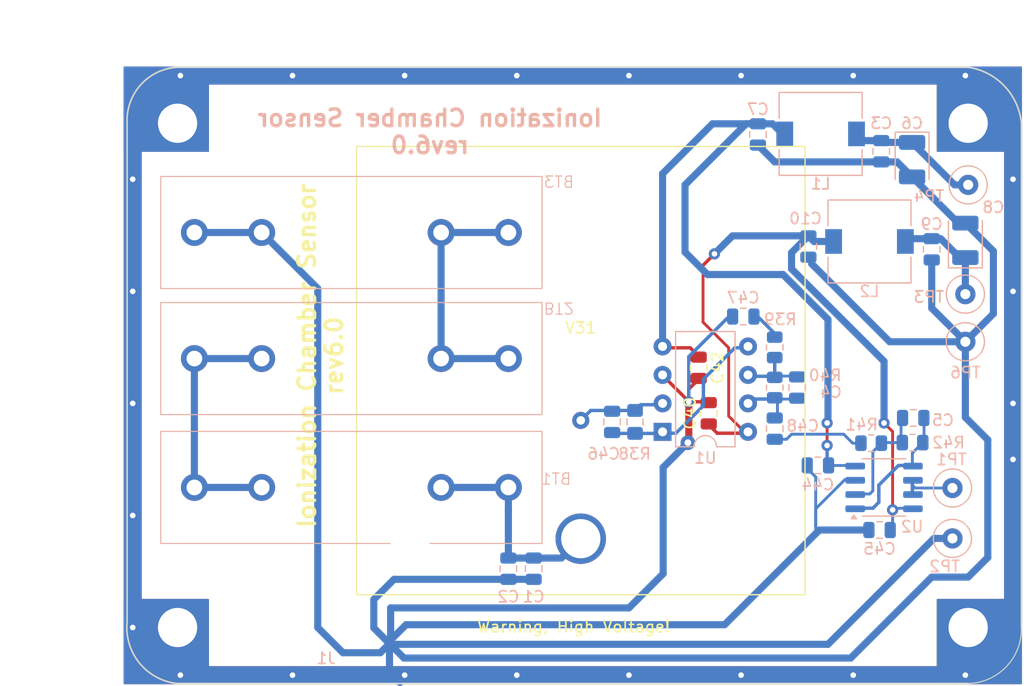
<source format=kicad_pcb>
(kicad_pcb (version 20240108) (generator "pcbnew") (generator_version "8.0")
  (layers (0 "F.Cu" signal) (31 "B.Cu" signal) (34 "B.Paste" user) (35 "F.Paste" user) (36 "B.SilkS" user "B.Silkscreen") (37 "F.SilkS" user "F.Silkscreen") (38 "B.Mask" user) (39 "F.Mask" user) (44 "Edge.Cuts" user))
  (net 0 "")
  (net 1 "GND")
  (net 2 "Net-(U1C-V+)")
  (net 3 "Net-(U1C-V-)")
  (net 4 "Net-(U2B--)")
  (net 5 "Net-(U1B--)")
  (net 6 "Net-(U2A--)")
  (net 7 "Net-(U2B-+)")
  (net 8 "Net-(U1B-+)")
  (net 9 "Net-(C47-Pad1)")
  (net 10 "Net-(U1A--)")
  (net 11 "Net-(C48-Pad2)")
  (net 12 "Net-(C4-Pad2)")
  (net 13 "Net-(C3-Pad1)")
  (net 14 "Net-(C8-Pad1)")
  (net 15 "Net-(BT1--)")
  (net 16 "Net-(BT1-+)")
  (net 17 "Net-(BT2--)")
  (footprint "Capacitor_SMD:C_0805_2012Metric" (layer "F.Cu") (at 166.116 71.882 90)
    (property "Reference" "C40" (at 0 -1.68 90) (layer "F.SilkS"))
    (property "Value" "100n")
    (fp_line (start -0.261252 -0.735) (end 0.261252 -0.735) (stroke (width 0.12)) (layer "F.SilkS"))
    (fp_line (start -0.261252 0.735) (end 0.261252 0.735) (stroke (width 0.12)) (layer "F.SilkS"))
    (pad "1" smd roundrect (at -0.95 0 90) (size 1 1.45) (layers "F.Cu" "F.Paste" "F.Mask") (net 2 "Net-(U1C-V+)"))
    (pad "2" smd roundrect (at 0.95 0 90) (size 1 1.45) (layers "F.Cu" "F.Paste" "F.Mask") (net 1 "GND"))
  )
  (footprint "Amplifier:IonizationChamberSensor" (layer "F.Cu") (at 154.704 68.072)
    (property "Reference" "V31" (at 0 -3.81 0) (layer "F.SilkS"))
    (property "Value" "Nuclear-Radiation_Detector")
    (fp_line (start -20 -20) (end 20 -20) (stroke (width 0.12)) (layer "F.SilkS"))
    (fp_line (start -20 20) (end -20 -20) (stroke (width 0.12)) (layer "F.SilkS"))
    (fp_line (start 20 -20) (end 20 20) (stroke (width 0.12)) (layer "F.SilkS"))
    (fp_line (start 20 20) (end -20 20) (stroke (width 0.12)) (layer "F.SilkS"))
    (fp_text user "Warning, High Voltage!" (at -0.635 22.86 0) (layer "F.SilkS"))
    (pad "" np_thru_hole circle (at -15.24 -15.24) (size 3.5 3.5) (drill 3.5) (layers "*.Cu" "*.Mask"))
    (pad "" np_thru_hole circle (at -15.24 15.24) (size 3.5 3.5) (drill 3.5) (layers "*.Cu" "*.Mask"))
    (pad "" np_thru_hole circle (at 0 0) (size 5 5) (drill 5) (layers "*.Cu" "*.Mask"))
    (pad "" np_thru_hole circle (at 15.24 -15.24) (size 3.5 3.5) (drill 3.5) (layers "*.Cu" "*.Mask"))
    (pad "" np_thru_hole circle (at 15.24 15.24) (size 3.5 3.5) (drill 3.5) (layers "*.Cu" "*.Mask"))
    (pad "1" thru_hole circle (at 0 15) (size 4.5 4.5) (drill 3.5) (layers "*.Cu" "*.Mask") (net 16 "Net-(BT1-+)"))
    (pad "2" thru_hole circle (at 0 4.445) (size 1.524 1.524) (drill 0.762) (layers "*.Cu" "*.Mask") (net 10 "Net-(U1A--)"))
  )
  (footprint "Capacitor_SMD:C_0805_2012Metric" (layer "F.Cu") (at 165.218 67.821 -90)
    (property "Reference" "C42" (at 0 -1.68 -90) (layer "F.SilkS"))
    (property "Value" "100n")
    (fp_line (start -0.261252 0.735) (end 0.261252 0.735) (stroke (width 0.12)) (layer "F.SilkS"))
    (fp_line (start -0.261252 -0.735) (end 0.261252 -0.735) (stroke (width 0.12)) (layer "F.SilkS"))
    (pad "1" smd roundrect (at -0.95 0 270) (size 1 1.45) (layers "F.Cu" "F.Paste" "F.Mask") (net 3 "Net-(U1C-V-)"))
    (pad "2" smd roundrect (at 0.95 0 270) (size 1 1.45) (layers "F.Cu" "F.Paste" "F.Mask") (net 1 "GND"))
  )
  (footprint "Capacitor_SMD:C_0805_2012Metric" (layer "B.Cu") (at 181.35 82.3)
    (property "Reference" "C45" (at 0 1.68 360) (layer "B.SilkS") (effects (justify mirror)))
    (property "Value" "100n")
    (fp_line (start 0.261252 -0.735) (end -0.261252 -0.735) (stroke (width 0.12)) (layer "B.SilkS"))
    (fp_line (start 0.261252 0.735) (end -0.261252 0.735) (stroke (width 0.12)) (layer "B.SilkS"))
    (pad "1" smd roundrect (at -0.95 0) (size 1 1.45) (layers "B.Cu" "B.Paste" "B.Mask") (net 1 "GND"))
    (pad "2" smd roundrect (at 0.95 0) (size 1 1.45) (layers "B.Cu" "B.Paste" "B.Mask") (net 2 "Net-(U1C-V+)"))
  )
  (footprint "Resistor_SMD:R_0805_2012Metric_Pad1.15x1.40mm_HandSolder" (layer "B.Cu") (at 159.544 72.653 90)
    (property "Reference" "R38" (at -2.847 -0.044 0) (layer "B.SilkS") (effects (justify mirror)))
    (property "Value" "2*50G")
    (fp_line (start -0.261252 -0.71) (end 0.261252 -0.71) (stroke (width 0.12)) (layer "B.SilkS"))
    (fp_line (start -0.261252 0.71) (end 0.261252 0.71) (stroke (width 0.12)) (layer "B.SilkS"))
    (pad "1" smd roundrect (at -1.025 0 90) (size 1.15 1.4) (layers "B.Cu" "B.Paste" "B.Mask") (roundrect_rratio 0.217391) (net 8 "Net-(U1B-+)"))
    (pad "2" smd roundrect (at 1.025 0 90) (size 1.15 1.4) (layers "B.Cu" "B.Paste" "B.Mask") (roundrect_rratio 0.217391) (net 10 "Net-(U1A--)"))
  )
  (footprint "Resistor_SMD:R_0805_2012Metric" (layer "B.Cu") (at 172 66 90)
    (property "Reference" "R39" (at 2.5 0.5 0) (layer "B.SilkS") (effects (justify mirror)))
    (property "Value" "10k")
    (fp_line (start 0.227064 -0.735) (end -0.227064 -0.735) (stroke (width 0.12)) (layer "B.SilkS"))
    (fp_line (start 0.227064 0.735) (end -0.227064 0.735) (stroke (width 0.12)) (layer "B.SilkS"))
    (pad "1" smd roundrect (at -0.9125 0 90) (size 1.025 1.4) (layers "B.Cu" "B.Paste" "B.Mask") (roundrect_rratio 0.243902) (net 5 "Net-(U1B--)"))
    (pad "2" smd roundrect (at 0.9125 0 90) (size 1.025 1.4) (layers "B.Cu" "B.Paste" "B.Mask") (roundrect_rratio 0.243902) (net 9 "Net-(C47-Pad1)"))
  )
  (footprint "Resistor_SMD:R_0805_2012Metric" (layer "B.Cu") (at 172 69.587 90)
    (property "Reference" "R40" (at 1.087 4.5 0) (layer "B.SilkS") (effects (justify mirror)))
    (property "Value" "120k")
    (fp_line (start 0.227064 -0.735) (end -0.227064 -0.735) (stroke (width 0.12)) (layer "B.SilkS"))
    (fp_line (start 0.227064 0.735) (end -0.227064 0.735) (stroke (width 0.12)) (layer "B.SilkS"))
    (pad "1" smd roundrect (at -0.9125 0 90) (size 1.025 1.4) (layers "B.Cu" "B.Paste" "B.Mask") (roundrect_rratio 0.243902) (net 12 "Net-(C4-Pad2)"))
    (pad "2" smd roundrect (at 0.9125 0 90) (size 1.025 1.4) (layers "B.Cu" "B.Paste" "B.Mask") (roundrect_rratio 0.243902) (net 5 "Net-(U1B--)"))
  )
  (footprint "Capacitor_SMD:C_0805_2012Metric" (layer "B.Cu") (at 157.5 72.653 90)
    (property "Reference" "C46" (at -2.847 -0.75 0) (layer "B.SilkS") (effects (justify mirror)))
    (property "Value" "not mounted")
    (fp_line (start 0.261252 -0.735) (end -0.261252 -0.735) (stroke (width 0.12)) (layer "B.SilkS"))
    (fp_line (start 0.261252 0.735) (end -0.261252 0.735) (stroke (width 0.12)) (layer "B.SilkS"))
    (pad "1" smd roundrect (at -0.95 0 90) (size 1 1.45) (layers "B.Cu" "B.Paste" "B.Mask") (net 8 "Net-(U1B-+)"))
    (pad "2" smd roundrect (at 0.95 0 90) (size 1 1.45) (layers "B.Cu" "B.Paste" "B.Mask") (net 10 "Net-(U1A--)"))
  )
  (footprint "Capacitor_SMD:C_0805_2012Metric" (layer "B.Cu") (at 169.196 63.25 180)
    (property "Reference" "C47" (at 0 1.68 0) (layer "B.SilkS") (effects (justify mirror)))
    (property "Value" "0R resistor")
    (fp_line (start 0.261252 0.735) (end -0.261252 0.735) (stroke (width 0.12)) (layer "B.SilkS"))
    (fp_line (start 0.261252 -0.735) (end -0.261252 -0.735) (stroke (width 0.12)) (layer "B.SilkS"))
    (pad "1" smd roundrect (at -0.95 0 180) (size 1 1.45) (layers "B.Cu" "B.Paste" "B.Mask") (net 9 "Net-(C47-Pad1)"))
    (pad "2" smd roundrect (at 0.95 0 180) (size 1 1.45) (layers "B.Cu" "B.Paste" "B.Mask") (net 1 "GND"))
  )
  (footprint "Resistor_SMD:R_0805_2012Metric" (layer "B.Cu") (at 180.6 74.55 180)
    (property "Reference" "R41" (at 0.85 1.65 0) (layer "B.SilkS") (effects (justify mirror)))
    (property "Value" "10k")
    (fp_line (start 0.227064 0.735) (end -0.227064 0.735) (stroke (width 0.12)) (layer "B.SilkS"))
    (fp_line (start 0.227064 -0.735) (end -0.227064 -0.735) (stroke (width 0.12)) (layer "B.SilkS"))
    (pad "1" smd roundrect (at -0.9125 0 180) (size 1.025 1.4) (layers "B.Cu" "B.Paste" "B.Mask") (roundrect_rratio 0.243902) (net 6 "Net-(U2A--)"))
    (pad "2" smd roundrect (at 0.9125 0 180) (size 1.025 1.4) (layers "B.Cu" "B.Paste" "B.Mask") (roundrect_rratio 0.243902) (net 11 "Net-(C48-Pad2)"))
  )
  (footprint "Resistor_SMD:R_0805_2012Metric" (layer "B.Cu") (at 184.29 74.5 180)
    (property "Reference" "R42" (at -3.21 0 0) (layer "B.SilkS") (effects (justify mirror)))
    (property "Value" "120k")
    (fp_line (start 0.227064 0.735) (end -0.227064 0.735) (stroke (width 0.12)) (layer "B.SilkS"))
    (fp_line (start 0.227064 -0.735) (end -0.227064 -0.735) (stroke (width 0.12)) (layer "B.SilkS"))
    (pad "1" smd roundrect (at -0.9125 0 180) (size 1.025 1.4) (layers "B.Cu" "B.Paste" "B.Mask") (roundrect_rratio 0.243902) (net 7 "Net-(U2B-+)"))
    (pad "2" smd roundrect (at 0.9125 0 180) (size 1.025 1.4) (layers "B.Cu" "B.Paste" "B.Mask") (roundrect_rratio 0.243902) (net 6 "Net-(U2A--)"))
  )
  (footprint "Amplifier:IonizationChamberShield" (layer "B.Cu") (at 194 41 180)
    (property "Reference" "J1" (at 62 -52.75 0) (layer "B.SilkS") (effects (justify mirror)))
    (property "Value" "RFShield_TwoPieces")
    (fp_poly (pts (xy 80 0) (xy 78.5 0) (xy 78.5 -53.5) (xy 80 -53.5)) (stroke (width 0.1)) (fill solid) (layer "F.Cu"))
    (fp_poly (pts (xy 80 -7.5) (xy 72.5 -7.5) (xy 72.5 0) (xy 80 0)) (stroke (width 0.1)) (fill solid) (layer "F.Cu"))
    (fp_poly (pts (xy 80 -55) (xy 72.5 -55) (xy 72.5 -47.5) (xy 80 -47.5)) (stroke (width 0.1)) (fill solid) (layer "F.Cu"))
    (fp_poly (pts (xy 7.5 0) (xy 7.5 -7.5) (xy 0 -7.5) (xy 0 0)) (stroke (width 0.1)) (fill solid) (layer "F.Cu"))
    (fp_poly (pts (xy 0 -1.5) (xy 80 -1.5) (xy 80 0) (xy 0 0)) (stroke (width 0.1)) (fill solid) (layer "F.Cu"))
    (fp_poly (pts (xy 0 -1.5) (xy 1.5 -1.5) (xy 1.5 -49.5) (xy 0 -49.5)) (stroke (width 0.1)) (fill solid) (layer "F.Cu"))
    (fp_poly (pts (xy 0 -53.5) (xy 1.5 -53.5) (xy 1.5 -50) (xy 0 -50)) (stroke (width 0.1)) (fill solid) (layer "F.Cu"))
    (fp_poly (pts (xy 0 -55) (xy 80 -55) (xy 80 -53.5) (xy 0 -53.5)) (stroke (width 0.1)) (fill solid) (layer "F.Cu"))
    (fp_poly (pts (xy 0 -55) (xy 0 -47.5) (xy 7.5 -47.5) (xy 7.5 -55)) (stroke (width 0.1)) (fill solid) (layer "F.Cu"))
    (fp_poly (pts (xy 80 0) (xy 78.5 0) (xy 78.5 -53.5) (xy 80 -53.5)) (stroke (width 0.1)) (fill solid) (layer "B.Cu"))
    (fp_poly (pts (xy 80 -7.5) (xy 72.5 -7.5) (xy 72.5 0) (xy 80 0)) (stroke (width 0.1)) (fill solid) (layer "B.Cu"))
    (fp_poly (pts (xy 80 -55) (xy 72.5 -55) (xy 72.5 -47.5) (xy 80 -47.5)) (stroke (width 0.1)) (fill solid) (layer "B.Cu"))
    (fp_poly (pts (xy 7.5 0) (xy 7.5 -7.5) (xy 0 -7.5) (xy 0 0)) (stroke (width 0.1)) (fill solid) (layer "B.Cu"))
    (fp_poly (pts (xy 0 -1.5) (xy 80 -1.5) (xy 80 0) (xy 0 0)) (stroke (width 0.1)) (fill solid) (layer "B.Cu"))
    (fp_poly (pts (xy 0 -1.5) (xy 1.5 -1.5) (xy 1.5 -48.5) (xy 0 -48.5)) (stroke (width 0.1)) (fill solid) (layer "B.Cu"))
    (fp_poly (pts (xy 0 -53.5) (xy 1.5 -53.5) (xy 1.5 -50) (xy 0 -50)) (stroke (width 0.1)) (fill solid) (layer "B.Cu"))
    (fp_poly (pts (xy 0 -55) (xy 80 -55) (xy 80 -53.5) (xy 0 -53.5)) (stroke (width 0.1)) (fill solid) (layer "B.Cu"))
    (fp_poly (pts (xy 0 -55) (xy 0 -47.5) (xy 7.5 -47.5) (xy 7.5 -55)) (stroke (width 0.1)) (fill solid) (layer "B.Cu"))
    (pad "" np_thru_hole circle (at 0.75 -35 180) (size 1 1) (drill 0.5) (layers "*.Cu" "*.Mask"))
    (pad "" np_thru_hole circle (at 0.75 -30 180) (size 1 1) (drill 0.5) (layers "*.Cu" "*.Mask"))
    (pad "" np_thru_hole circle (at 0.75 -20 180) (size 1 1) (drill 0.5) (layers "*.Cu" "*.Mask"))
    (pad "" np_thru_hole circle (at 0.75 -10 180) (size 1 1) (drill 0.5) (layers "*.Cu" "*.Mask"))
    (pad "" np_thru_hole circle (at 4.75 -50 180) (size 4.5 4.5) (drill 3.5) (layers "*.Cu" "*.Mask"))
    (pad "" np_thru_hole circle (at 4.75 -5 180) (size 4.5 4.5) (drill 3.5) (layers "*.Cu" "*.Mask"))
    (pad "" np_thru_hole circle (at 5 -54.25 180) (size 1 1) (drill 0.5) (layers "*.Cu" "*.Mask"))
    (pad "" np_thru_hole circle (at 5 -0.75 180) (size 1 1) (drill 0.5) (layers "*.Cu" "*.Mask"))
    (pad "" np_thru_hole circle (at 15 -54.25 180) (size 1 1) (drill 0.5) (layers "*.Cu" "*.Mask"))
    (pad "" np_thru_hole circle (at 15 -0.75 180) (size 1 1) (drill 0.5) (layers "*.Cu" "*.Mask"))
    (pad "" np_thru_hole circle (at 25 -54.25 180) (size 1 1) (drill 0.5) (layers "*.Cu" "*.Mask"))
    (pad "" np_thru_hole circle (at 25 -0.75 180) (size 1 1) (drill 0.5) (layers "*.Cu" "*.Mask"))
    (pad "" np_thru_hole circle (at 35 -54.25 180) (size 1 1) (drill 0.5) (layers "*.Cu" "*.Mask"))
    (pad "" np_thru_hole circle (at 35 -0.75 180) (size 1 1) (drill 0.5) (layers "*.Cu" "*.Mask"))
    (pad "" np_thru_hole circle (at 45 -54.25 180) (size 1 1) (drill 0.5) (layers "*.Cu" "*.Mask"))
    (pad "" np_thru_hole circle (at 45 -0.75 180) (size 1 1) (drill 0.5) (layers "*.Cu" "*.Mask"))
    (pad "" np_thru_hole circle (at 55 -0.75 180) (size 1 1) (drill 0.5) (layers "*.Cu" "*.Mask"))
    (pad "" np_thru_hole circle (at 65 -54.25 180) (size 1 1) (drill 0.5) (layers "*.Cu" "*.Mask"))
    (pad "" np_thru_hole circle (at 65 -0.75 180) (size 1 1) (drill 0.5) (layers "*.Cu" "*.Mask"))
    (pad "" np_thru_hole circle (at 75 -54.25 180) (size 1 1) (drill 0.5) (layers "*.Cu" "*.Mask"))
    (pad "" np_thru_hole circle (at 75 -0.75 180) (size 1 1) (drill 0.5) (layers "*.Cu" "*.Mask"))
    (pad "" np_thru_hole circle (at 75.25 -50 180) (size 4.5 4.5) (drill 3.5) (layers "*.Cu" "*.Mask"))
    (pad "" np_thru_hole circle (at 75.25 -5 180) (size 4.5 4.5) (drill 3.5) (layers "*.Cu" "*.Mask"))
    (pad "" np_thru_hole circle (at 79.25 -50 180) (size 1 1) (drill 0.5) (layers "*.Cu" "*.Mask"))
    (pad "" np_thru_hole circle (at 79.25 -40 180) (size 1 1) (drill 0.5) (layers "*.Cu" "*.Mask"))
    (pad "" np_thru_hole circle (at 79.25 -30 180) (size 1 1) (drill 0.5) (layers "*.Cu" "*.Mask"))
    (pad "" np_thru_hole circle (at 79.25 -20 180) (size 1 1) (drill 0.5) (layers "*.Cu" "*.Mask"))
    (pad "" np_thru_hole circle (at 79.25 -10 180) (size 1 1) (drill 0.5) (layers "*.Cu" "*.Mask"))
    (pad "1" thru_hole circle (at 55 -54.25 180) (size 1 1) (drill 0.5) (layers "*.Cu" "*.Mask") (net 1 "GND"))
  )
  (footprint "Capacitor_SMD:C_0805_2012Metric" (layer "B.Cu") (at 175.85 76.532 180)
    (property "Reference" "C44" (at 0 -1.718 0) (layer "B.SilkS") (effects (justify mirror)))
    (property "Value" "100n")
    (fp_line (start 0.261252 0.735) (end -0.261252 0.735) (stroke (width 0.12)) (layer "B.SilkS"))
    (fp_line (start 0.261252 -0.735) (end -0.261252 -0.735) (stroke (width 0.12)) (layer "B.SilkS"))
    (pad "1" smd roundrect (at -0.95 0 180) (size 1 1.45) (layers "B.Cu" "B.Paste" "B.Mask") (net 3 "Net-(U1C-V-)"))
    (pad "2" smd roundrect (at 0.95 0 180) (size 1 1.45) (layers "B.Cu" "B.Paste" "B.Mask") (net 1 "GND"))
  )
  (footprint "Capacitor_SMD:C_0805_2012Metric" (layer "B.Cu") (at 174 69.587 -90)
    (property "Reference" "C4" (at 0.413 -3 180) (layer "B.SilkS") (effects (justify mirror)))
    (property "Value" "10n")
    (fp_line (start 0.261252 0.735) (end -0.261252 0.735) (stroke (width 0.12)) (layer "B.SilkS"))
    (fp_line (start 0.261252 -0.735) (end -0.261252 -0.735) (stroke (width 0.12)) (layer "B.SilkS"))
    (pad "1" smd roundrect (at -0.95 0 270) (size 1 1.45) (layers "B.Cu" "B.Paste" "B.Mask") (net 5 "Net-(U1B--)"))
    (pad "2" smd roundrect (at 0.95 0 270) (size 1 1.45) (layers "B.Cu" "B.Paste" "B.Mask") (net 12 "Net-(C4-Pad2)"))
  )
  (footprint "Capacitor_SMD:C_0805_2012Metric" (layer "B.Cu") (at 184.35 72.3)
    (property "Reference" "C5" (at 2.65 0.2 180) (layer "B.SilkS") (effects (justify mirror)))
    (property "Value" "10n")
    (fp_line (start 0.261252 -0.735) (end -0.261252 -0.735) (stroke (width 0.12)) (layer "B.SilkS"))
    (fp_line (start 0.261252 0.735) (end -0.261252 0.735) (stroke (width 0.12)) (layer "B.SilkS"))
    (pad "1" smd roundrect (at -0.95 0) (size 1 1.45) (layers "B.Cu" "B.Paste" "B.Mask") (net 6 "Net-(U2A--)"))
    (pad "2" smd roundrect (at 0.95 0) (size 1 1.45) (layers "B.Cu" "B.Paste" "B.Mask") (net 7 "Net-(U2B-+)"))
  )
  (footprint "Capacitor_SMD:C_0805_2012Metric" (layer "B.Cu") (at 172 73.25 -90)
    (property "Reference" "C48" (at -0.25 -2.5 180) (layer "B.SilkS") (effects (justify mirror)))
    (property "Value" "0R resistor")
    (fp_line (start 0.261252 0.735) (end -0.261252 0.735) (stroke (width 0.12)) (layer "B.SilkS"))
    (fp_line (start 0.261252 -0.735) (end -0.261252 -0.735) (stroke (width 0.12)) (layer "B.SilkS"))
    (pad "1" smd roundrect (at -0.95 0 270) (size 1 1.45) (layers "B.Cu" "B.Paste" "B.Mask") (net 12 "Net-(C4-Pad2)"))
    (pad "2" smd roundrect (at 0.95 0 270) (size 1 1.45) (layers "B.Cu" "B.Paste" "B.Mask") (net 11 "Net-(C48-Pad2)"))
  )
  (footprint "Package_DIP:DIP-8_W7.62mm" (layer "B.Cu") (at 162 73.54)
    (property "Reference" "U1" (at 3.81 2.33 0) (layer "B.SilkS") (effects (justify mirror)))
    (property "Value" "LMC6062")
    (fp_line (start 1.16 -8.95) (end 1.16 1.33) (stroke (width 0.12)) (layer "B.SilkS"))
    (fp_line (start 1.16 1.33) (end 2.81 1.33) (stroke (width 0.12)) (layer "B.SilkS"))
    (fp_line (start 4.81 1.33) (end 6.46 1.33) (stroke (width 0.12)) (layer "B.SilkS"))
    (fp_line (start 6.46 -8.95) (end 1.16 -8.95) (stroke (width 0.12)) (layer "B.SilkS"))
    (fp_line (start 6.46 1.33) (end 6.46 -8.95) (stroke (width 0.12)) (layer "B.SilkS"))
    (fp_arc (start 2.81 1.33) (mid 3.81 0.33) (end 4.81 1.33) (stroke (width 0.12)) (layer "B.SilkS"))
    (pad "1" thru_hole rect (at 0 0) (size 1.6 1.6) (drill 0.8) (layers "*.Cu" "*.Mask") (net 8 "Net-(U1B-+)"))
    (pad "2" thru_hole oval (at 0 -2.54) (size 1.6 1.6) (drill 0.8) (layers "*.Cu" "*.Mask") (net 10 "Net-(U1A--)"))
    (pad "3" thru_hole oval (at 0 -5.08) (size 1.6 1.6) (drill 0.8) (layers "*.Cu" "*.Mask") (net 1 "GND"))
    (pad "4" thru_hole oval (at 0 -7.62) (size 1.6 1.6) (drill 0.8) (layers "*.Cu" "*.Mask") (net 3 "Net-(U1C-V-)"))
    (pad "5" thru_hole oval (at 7.62 -7.62) (size 1.6 1.6) (drill 0.8) (layers "*.Cu" "*.Mask") (net 8 "Net-(U1B-+)"))
    (pad "6" thru_hole oval (at 7.62 -5.08) (size 1.6 1.6) (drill 0.8) (layers "*.Cu" "*.Mask") (net 5 "Net-(U1B--)"))
    (pad "7" thru_hole oval (at 7.62 -2.54) (size 1.6 1.6) (drill 0.8) (layers "*.Cu" "*.Mask") (net 12 "Net-(C4-Pad2)"))
    (pad "8" thru_hole oval (at 7.62 0) (size 1.6 1.6) (drill 0.8) (layers "*.Cu" "*.Mask") (net 2 "Net-(U1C-V+)"))
  )
  (footprint "Inductor_SMD:L_7.3x7.3_H3.5" (layer "B.Cu") (at 176.0925 46.95)
    (property "Reference" "L1" (at 0 4.45 360) (layer "B.SilkS") (effects (justify mirror)))
    (property "Value" "22u")
    (fp_line (start -3.7 -3.7) (end 3.7 -3.7) (stroke (width 0.12)) (layer "B.SilkS"))
    (fp_line (start -3.7 -1.4) (end -3.7 -3.7) (stroke (width 0.12)) (layer "B.SilkS"))
    (fp_line (start -3.7 3.7) (end -3.7 1.4) (stroke (width 0.12)) (layer "B.SilkS"))
    (fp_line (start 3.7 -3.7) (end 3.7 -1.4) (stroke (width 0.12)) (layer "B.SilkS"))
    (fp_line (start 3.7 1.4) (end 3.7 3.7) (stroke (width 0.12)) (layer "B.SilkS"))
    (fp_line (start 3.7 3.7) (end -3.7 3.7) (stroke (width 0.12)) (layer "B.SilkS"))
    (pad "1" smd rect (at -3.2 0) (size 1.5 2.2) (layers "B.Cu" "B.Paste" "B.Mask") (net 3 "Net-(U1C-V-)"))
    (pad "2" smd rect (at 3.2 0) (size 1.5 2.2) (layers "B.Cu" "B.Paste" "B.Mask") (net 13 "Net-(C3-Pad1)"))
  )
  (footprint "TestPoint:TestPoint_Loop_D2.60mm_Drill0.9mm_Beaded" (layer "B.Cu") (at 189 65.5 180)
    (property "Reference" "TP6" (at 0 -2.75 0) (layer "B.SilkS") (effects (justify mirror)))
    (property "Value" "TestPoint")
    (fp_circle (center 0 0) (end 1.7 0) (stroke (width 0.12)) (fill none) (layer "B.SilkS"))
    (pad "1" thru_hole circle (at 0 0 180) (size 1.8 1.8) (drill 0.9) (layers "*.Cu" "*.Mask") (net 1 "GND"))
  )
  (footprint "TestPoint:TestPoint_Loop_D2.60mm_Drill0.9mm_Beaded" (layer "B.Cu") (at 187.85 83.05 180)
    (property "Reference" "TP2" (at 0.7 -2.5 0) (layer "B.SilkS") (effects (justify mirror)))
    (property "Value" "TestPoint")
    (fp_circle (center 0 0) (end 1.7 0) (stroke (width 0.12)) (fill none) (layer "B.SilkS"))
    (pad "1" thru_hole circle (at 0 0 180) (size 1.8 1.8) (drill 0.9) (layers "*.Cu" "*.Mask") (net 1 "GND"))
  )
  (footprint "Amplifier:AAAAPCBHolder" (layer "B.Cu") (at 148.25 55.75 180)
    (property "Reference" "BT3" (at -4.5 4.5 0) (layer "B.SilkS") (effects (font (thickness 0.1)) (justify mirror)))
    (property "Value" "Battery")
    (fp_line (start 31 5) (end 31 0) (stroke (width 0.1)) (layer "B.SilkS"))
    (fp_line (start 31 0) (end 31 -5) (stroke (width 0.1)) (layer "B.SilkS"))
    (fp_line (start 31 -5) (end -3 -5) (stroke (width 0.1)) (layer "B.SilkS"))
    (fp_line (start -3 5) (end 31 5) (stroke (width 0.1)) (layer "B.SilkS"))
    (fp_line (start -3 -5) (end -3 5) (stroke (width 0.1)) (layer "B.SilkS"))
    (pad "1" thru_hole circle (at 0 0 180) (size 2.4 2.4) (drill 1.4) (layers "*.Cu" "*.Mask") (net 17 "Net-(BT2--)"))
    (pad "1" thru_hole circle (at 6 0 180) (size 2.4 2.4) (drill 1.4) (layers "*.Cu" "*.Mask") (net 17 "Net-(BT2--)"))
    (pad "2" thru_hole circle (at 22 0 180) (size 2.4 2.4) (drill 1.4) (layers "*.Cu" "*.Mask") (net 1 "GND"))
    (pad "2" thru_hole circle (at 28 0 180) (size 2.4 2.4) (drill 1.4) (layers "*.Cu" "*.Mask") (net 1 "GND"))
  )
  (footprint "TestPoint:TestPoint_Loop_D2.60mm_Drill0.9mm_Beaded" (layer "B.Cu") (at 189 61.25 180)
    (property "Reference" "TP3" (at 3.25 -0.25 0) (layer "B.SilkS") (effects (justify mirror)))
    (property "Value" "TestPoint")
    (fp_circle (center 0 0) (end 1.7 0) (stroke (width 0.12)) (fill none) (layer "B.SilkS"))
    (pad "1" thru_hole circle (at 0 0 180) (size 1.8 1.8) (drill 0.9) (layers "*.Cu" "*.Mask") (net 14 "Net-(C8-Pad1)"))
  )
  (footprint "Inductor_SMD:L_7.3x7.3_H3.5" (layer "B.Cu") (at 180.45 56.55)
    (property "Reference" "L2" (at 0 4.45 360) (layer "B.SilkS") (effects (justify mirror)))
    (property "Value" "22u")
    (fp_line (start -3.7 -3.7) (end 3.7 -3.7) (stroke (width 0.12)) (layer "B.SilkS"))
    (fp_line (start -3.7 -1.4) (end -3.7 -3.7) (stroke (width 0.12)) (layer "B.SilkS"))
    (fp_line (start -3.7 3.7) (end -3.7 1.4) (stroke (width 0.12)) (layer "B.SilkS"))
    (fp_line (start 3.7 -3.7) (end 3.7 -1.4) (stroke (width 0.12)) (layer "B.SilkS"))
    (fp_line (start 3.7 1.4) (end 3.7 3.7) (stroke (width 0.12)) (layer "B.SilkS"))
    (fp_line (start 3.7 3.7) (end -3.7 3.7) (stroke (width 0.12)) (layer "B.SilkS"))
    (pad "1" smd rect (at -3.2 0) (size 1.5 2.2) (layers "B.Cu" "B.Paste" "B.Mask") (net 2 "Net-(U1C-V+)"))
    (pad "2" smd rect (at 3.2 0) (size 1.5 2.2) (layers "B.Cu" "B.Paste" "B.Mask") (net 14 "Net-(C8-Pad1)"))
  )
  (footprint "Capacitor_Tantalum_SMD:CP_EIA-3528-21_Kemet-B" (layer "B.Cu") (at 189 56.45 90)
    (property "Reference" "C8" (at 2.95 2.5 180) (layer "B.SilkS") (effects (justify mirror)))
    (property "Value" "100u/6v3")
    (fp_line (start 1.75 -1.51) (end -2.46 -1.51) (stroke (width 0.12)) (layer "B.SilkS"))
    (fp_line (start -2.46 -1.51) (end -2.46 1.51) (stroke (width 0.12)) (layer "B.SilkS"))
    (fp_line (start -2.46 1.51) (end 1.75 1.51) (stroke (width 0.12)) (layer "B.SilkS"))
    (pad "1" smd roundrect (at -1.5375 0 90) (size 1.325 2.35) (layers "B.Cu" "B.Paste" "B.Mask") (roundrect_rratio 0.188679) (net 14 "Net-(C8-Pad1)"))
    (pad "2" smd roundrect (at 1.5375 0 90) (size 1.325 2.35) (layers "B.Cu" "B.Paste" "B.Mask") (roundrect_rratio 0.188679) (net 1 "GND"))
  )
  (footprint "Amplifier:AAAAPCBHolder" (layer "B.Cu") (at 148.25 78.5 180)
    (property "Reference" "BT1" (at -4.25 0.75 0) (layer "B.SilkS") (effects (font (thickness 0.1)) (justify mirror)))
    (property "Value" "Battery")
    (fp_line (start 31 5) (end 31 0) (stroke (width 0.1)) (layer "B.SilkS"))
    (fp_line (start 31 0) (end 31 -5) (stroke (width 0.1)) (layer "B.SilkS"))
    (fp_line (start 31 -5) (end -3 -5) (stroke (width 0.1)) (layer "B.SilkS"))
    (fp_line (start -3 5) (end 31 5) (stroke (width 0.1)) (layer "B.SilkS"))
    (fp_line (start -3 -5) (end -3 5) (stroke (width 0.1)) (layer "B.SilkS"))
    (pad "1" thru_hole circle (at 0 0 180) (size 2.4 2.4) (drill 1.4) (layers "*.Cu" "*.Mask") (net 16 "Net-(BT1-+)"))
    (pad "1" thru_hole circle (at 6 0 180) (size 2.4 2.4) (drill 1.4) (layers "*.Cu" "*.Mask") (net 16 "Net-(BT1-+)"))
    (pad "2" thru_hole circle (at 22 0 180) (size 2.4 2.4) (drill 1.4) (layers "*.Cu" "*.Mask") (net 15 "Net-(BT1--)"))
    (pad "2" thru_hole circle (at 28 0 180) (size 2.4 2.4) (drill 1.4) (layers "*.Cu" "*.Mask") (net 15 "Net-(BT1--)"))
  )
  (footprint "TestPoint:TestPoint_Loop_D2.60mm_Drill0.9mm_Beaded" (layer "B.Cu") (at 189.25 51.5 180)
    (property "Reference" "TP4" (at 3.5 -1 0) (layer "B.SilkS") (effects (justify mirror)))
    (property "Value" "TestPoint")
    (fp_circle (center 0 0) (end 1.7 0) (stroke (width 0.12)) (fill none) (layer "B.SilkS"))
    (pad "1" thru_hole circle (at 0 0 180) (size 1.8 1.8) (drill 0.9) (layers "*.Cu" "*.Mask") (net 13 "Net-(C3-Pad1)"))
  )
  (footprint "TestPoint:TestPoint_Loop_D2.60mm_Drill0.9mm_Beaded" (layer "B.Cu") (at 187.85 78.55 180)
    (property "Reference" "TP1" (at 0.1 2.55 0) (layer "B.SilkS") (effects (justify mirror)))
    (property "Value" "TestPoint")
    (fp_circle (center 0 0) (end 1.7 0) (stroke (width 0.12)) (fill none) (layer "B.SilkS"))
    (pad "1" thru_hole circle (at 0 0 180) (size 1.8 1.8) (drill 0.9) (layers "*.Cu" "*.Mask") (net 4 "Net-(U2B--)"))
  )
  (footprint "Capacitor_SMD:C_0805_2012Metric" (layer "B.Cu") (at 186 57.25 -90)
    (property "Reference" "C9" (at -2.25 0 180) (layer "B.SilkS") (effects (justify mirror)))
    (property "Value" "1u")
    (fp_line (start 0.261252 0.735) (end -0.261252 0.735) (stroke (width 0.12)) (layer "B.SilkS"))
    (fp_line (start 0.261252 -0.735) (end -0.261252 -0.735) (stroke (width 0.12)) (layer "B.SilkS"))
    (pad "1" smd roundrect (at -0.95 0 270) (size 1 1.45) (layers "B.Cu" "B.Paste" "B.Mask") (net 14 "Net-(C8-Pad1)"))
    (pad "2" smd roundrect (at 0.95 0 270) (size 1 1.45) (layers "B.Cu" "B.Paste" "B.Mask") (net 1 "GND"))
  )
  (footprint "Package_SO:SO-8_3.9x4.9mm_P1.27mm" (layer "B.Cu") (at 181.75 78.5)
    (property "Reference" "U2" (at 2.5 3.5 0) (layer "B.SilkS") (effects (justify mirror)))
    (property "Value" "LM358")
    (fp_line (start -1.95 -2.56) (end 0 -2.56) (stroke (width 0.12)) (layer "B.SilkS"))
    (fp_line (start -1.95 2.56) (end 0 2.56) (stroke (width 0.12)) (layer "B.SilkS"))
    (fp_line (start 1.95 -2.56) (end 0 -2.56) (stroke (width 0.12)) (layer "B.SilkS"))
    (fp_line (start 1.95 2.56) (end 0 2.56) (stroke (width 0.12)) (layer "B.SilkS"))
    (fp_poly (pts (xy -2.7 2.465) (xy -2.94 2.795) (xy -2.46 2.795) (xy -2.7 2.465)) (stroke (width 0.12)) (fill solid) (layer "B.SilkS"))
    (pad "1" smd roundrect (at -2.575 1.905) (size 1.75 0.6) (layers "B.Cu" "B.Paste" "B.Mask") (net 7 "Net-(U2B-+)"))
    (pad "2" smd roundrect (at -2.575 0.635) (size 1.75 0.6) (layers "B.Cu" "B.Paste" "B.Mask") (net 6 "Net-(U2A--)"))
    (pad "3" smd roundrect (at -2.575 -0.635) (size 1.75 0.6) (layers "B.Cu" "B.Paste" "B.Mask") (net 1 "GND"))
    (pad "4" smd roundrect (at -2.575 -1.905) (size 1.75 0.6) (layers "B.Cu" "B.Paste" "B.Mask") (net 3 "Net-(U1C-V-)"))
    (pad "5" smd roundrect (at 2.575 -1.905) (size 1.75 0.6) (layers "B.Cu" "B.Paste" "B.Mask") (net 7 "Net-(U2B-+)"))
    (pad "6" smd roundrect (at 2.575 -0.635) (size 1.75 0.6) (layers "B.Cu" "B.Paste" "B.Mask") (net 4 "Net-(U2B--)"))
    (pad "7" smd roundrect (at 2.575 0.635) (size 1.75 0.6) (layers "B.Cu" "B.Paste" "B.Mask") (net 4 "Net-(U2B--)"))
    (pad "8" smd roundrect (at 2.575 1.905) (size 1.75 0.6) (layers "B.Cu" "B.Paste" "B.Mask") (net 2 "Net-(U1C-V+)"))
  )
  (footprint "Capacitor_SMD:C_0805_2012Metric" (layer "B.Cu") (at 181.5 48.5 -90)
    (property "Reference" "C3" (at -2.5 0 180) (layer "B.SilkS") (effects (justify mirror)))
    (property "Value" "1u")
    (fp_line (start 0.261252 0.735) (end -0.261252 0.735) (stroke (width 0.12)) (layer "B.SilkS"))
    (fp_line (start 0.261252 -0.735) (end -0.261252 -0.735) (stroke (width 0.12)) (layer "B.SilkS"))
    (pad "1" smd roundrect (at -0.95 0 270) (size 1 1.45) (layers "B.Cu" "B.Paste" "B.Mask") (net 13 "Net-(C3-Pad1)"))
    (pad "2" smd roundrect (at 0.95 0 270) (size 1 1.45) (layers "B.Cu" "B.Paste" "B.Mask") (net 1 "GND"))
  )
  (footprint "Capacitor_Tantalum_SMD:CP_EIA-3528-21_Kemet-B" (layer "B.Cu") (at 184.25 49.25 -90)
    (property "Reference" "C6" (at -3.25 0 180) (layer "B.SilkS") (effects (justify mirror)))
    (property "Value" "100u/6v3")
    (fp_line (start -2.46 1.51) (end 1.75 1.51) (stroke (width 0.12)) (layer "B.SilkS"))
    (fp_line (start -2.46 -1.51) (end -2.46 1.51) (stroke (width 0.12)) (layer "B.SilkS"))
    (fp_line (start 1.75 -1.51) (end -2.46 -1.51) (stroke (width 0.12)) (layer "B.SilkS"))
    (pad "1" smd roundrect (at -1.5375 0 270) (size 1.325 2.35) (layers "B.Cu" "B.Paste" "B.Mask") (roundrect_rratio 0.188679) (net 13 "Net-(C3-Pad1)"))
    (pad "2" smd roundrect (at 1.5375 0 270) (size 1.325 2.35) (layers "B.Cu" "B.Paste" "B.Mask") (roundrect_rratio 0.188679) (net 1 "GND"))
  )
  (footprint "Capacitor_SMD:C_0805_2012Metric" (layer "B.Cu") (at 150.5 85.75 -90)
    (property "Reference" "C1" (at 2.5 0 180) (layer "B.SilkS") (effects (justify mirror)))
    (property "Value" "100n")
    (fp_line (start 0.261252 0.735) (end -0.261252 0.735) (stroke (width 0.12)) (layer "B.SilkS"))
    (fp_line (start 0.261252 -0.735) (end -0.261252 -0.735) (stroke (width 0.12)) (layer "B.SilkS"))
    (pad "1" smd roundrect (at -0.95 0 270) (size 1 1.45) (layers "B.Cu" "B.Paste" "B.Mask") (net 16 "Net-(BT1-+)"))
    (pad "2" smd roundrect (at 0.95 0 270) (size 1 1.45) (layers "B.Cu" "B.Paste" "B.Mask") (net 1 "GND"))
  )
  (footprint "Amplifier:AAAAPCBHolder" (layer "B.Cu") (at 120.25 67)
    (property "Reference" "BT2" (at 32.5 -4.5 180) (layer "B.SilkS") (effects (font (thickness 0.1)) (justify mirror)))
    (property "Value" "Battery")
    (fp_line (start -3 -5) (end -3 5) (stroke (width 0.1)) (layer "B.SilkS"))
    (fp_line (start -3 5) (end 31 5) (stroke (width 0.1)) (layer "B.SilkS"))
    (fp_line (start 31 -5) (end -3 -5) (stroke (width 0.1)) (layer "B.SilkS"))
    (fp_line (start 31 0) (end 31 -5) (stroke (width 0.1)) (layer "B.SilkS"))
    (fp_line (start 31 5) (end 31 0) (stroke (width 0.1)) (layer "B.SilkS"))
    (pad "1" thru_hole circle (at 0 0) (size 2.4 2.4) (drill 1.4) (layers "*.Cu" "*.Mask") (net 15 "Net-(BT1--)"))
    (pad "1" thru_hole circle (at 6 0) (size 2.4 2.4) (drill 1.4) (layers "*.Cu" "*.Mask") (net 15 "Net-(BT1--)"))
    (pad "2" thru_hole circle (at 22 0) (size 2.4 2.4) (drill 1.4) (layers "*.Cu" "*.Mask") (net 17 "Net-(BT2--)"))
    (pad "2" thru_hole circle (at 28 0) (size 2.4 2.4) (drill 1.4) (layers "*.Cu" "*.Mask") (net 17 "Net-(BT2--)"))
  )
  (footprint "Capacitor_SMD:C_0805_2012Metric" (layer "B.Cu") (at 175 57 -90)
    (property "Reference" "C10" (at -2.5 0.25 180) (layer "B.SilkS") (effects (justify mirror)))
    (property "Value" "1u")
    (fp_line (start 0.261252 0.735) (end -0.261252 0.735) (stroke (width 0.12)) (layer "B.SilkS"))
    (fp_line (start 0.261252 -0.735) (end -0.261252 -0.735) (stroke (width 0.12)) (layer "B.SilkS"))
    (pad "1" smd roundrect (at -0.95 0 270) (size 1 1.45) (layers "B.Cu" "B.Paste" "B.Mask") (net 2 "Net-(U1C-V+)"))
    (pad "2" smd roundrect (at 0.95 0 270) (size 1 1.45) (layers "B.Cu" "B.Paste" "B.Mask") (net 1 "GND"))
  )
  (footprint "Capacitor_SMD:C_0805_2012Metric" (layer "B.Cu") (at 148.25 85.75 -90)
    (property "Reference" "C2" (at 2.5 0 180) (layer "B.SilkS") (effects (justify mirror)))
    (property "Value" "10n")
    (fp_line (start 0.261252 0.735) (end -0.261252 0.735) (stroke (width 0.12)) (layer "B.SilkS"))
    (fp_line (start 0.261252 -0.735) (end -0.261252 -0.735) (stroke (width 0.12)) (layer "B.SilkS"))
    (pad "1" smd roundrect (at -0.95 0 270) (size 1 1.45) (layers "B.Cu" "B.Paste" "B.Mask") (net 16 "Net-(BT1-+)"))
    (pad "2" smd roundrect (at 0.95 0 270) (size 1 1.45) (layers "B.Cu" "B.Paste" "B.Mask") (net 1 "GND"))
  )
  (footprint "Capacitor_SMD:C_0805_2012Metric" (layer "B.Cu") (at 170.5 47 -90)
    (property "Reference" "C7" (at -2.25 0 180) (layer "B.SilkS") (effects (justify mirror)))
    (property "Value" "1u")
    (fp_line (start 0.261252 0.735) (end -0.261252 0.735) (stroke (width 0.12)) (layer "B.SilkS"))
    (fp_line (start 0.261252 -0.735) (end -0.261252 -0.735) (stroke (width 0.12)) (layer "B.SilkS"))
    (pad "1" smd roundrect (at -0.95 0 270) (size 1 1.45) (layers "B.Cu" "B.Paste" "B.Mask") (net 3 "Net-(U1C-V-)"))
    (pad "2" smd roundrect (at 0.95 0 270) (size 1 1.45) (layers "B.Cu" "B.Paste" "B.Mask") (net 1 "GND"))
  )
  (gr_line (start 118.75 96) (end 189.25 96) (stroke (width 0.15)) (layer "Edge.Cuts"))
  (gr_line (start 189.25 41) (end 118.75 41) (stroke (width 0.15)) (layer "Edge.Cuts"))
  (gr_line (start 114.25 46) (end 114.25 90.5) (stroke (width 0.15)) (layer "Edge.Cuts"))
  (gr_arc (start 118.75 96) (mid 115.360913 94.181981) (end 114.25 90.5) (stroke (width 0.15)) (layer "Edge.Cuts"))
  (gr_arc (start 189.25 41) (mid 192.485376 42.682643) (end 194 46) (stroke (width 0.15)) (layer "Edge.Cuts"))
  (gr_arc (start 114.25 46) (mid 115.464466 42.568019) (end 118.75 41) (stroke (width 0.15)) (layer "Edge.Cuts"))
  (gr_arc (start 194 91) (mid 192.660534 94.483757) (end 189.25 96) (stroke (width 0.1)) (layer "Edge.Cuts"))
  (gr_line (start 194 91) (end 194 46) (stroke (width 0.15)) (layer "Edge.Cuts"))
  (gr_text "Ionization Chamber Sensor\nrev6.0" (at 141.25 46.75 0) (layer "B.SilkS") (effects (font (size 1.5 1.5) (thickness 0.3)) (justify mirror)))
  (gr_text "Ionization Chamber Sensor\nrev6.0" (at 131.5 66.75 90) (layer "F.SilkS") (effects (font (size 1.5 1.5) (thickness 0.3))))
  (segment (start 162.084 68.58) (end 164.338018 70.834018) (width 0.3048) (layer "F.Cu") (net 1))
  (segment (start 164.347018 70.857) (end 164.338018 70.866) (width 0.3048) (layer "F.Cu") (net 1))
  (segment (start 166.116 70.857) (end 164.347018 70.857) (width 0.3048) (layer "F.Cu") (net 1))
  (segment (start 164.338 74.422) (end 164.338 70.866) (width 0.635) (layer "F.Cu") (net 1))
  (segment (start 164.255 74.505) (end 164.338 74.422) (width 0.635) (layer "F.Cu") (net 1))
  (segment (start 164.338018 70.158894) (end 164.338018 70.866) (width 0.3048) (layer "F.Cu") (net 1))
  (segment (start 165.218 68.846) (end 164.338018 69.725982) (width 0.3048) (layer "F.Cu") (net 1))
  (segment (start 164.338018 69.725982) (end 164.338018 70.158894) (width 0.3048) (layer "F.Cu") (net 1))
  (segment (start 164.338018 70.834018) (end 164.338018 70.866) (width 0.3048) (layer "F.Cu") (net 1))
  (via (at 164.255 74.505) (size 1.3) (drill 0.6) (layers "F.Cu" "B.Cu") (net 1))
  (via (at 164.338018 70.866) (size 1) (drill 0.5) (layers "F.Cu" "B.Cu") (net 1))
  (segment (start 137.752002 92.5) (end 176.75 92.5) (width 0.635) (layer "B.Cu") (net 1))
  (segment (start 191.5 63) (end 189 65.5) (width 0.635) (layer "B.Cu") (net 1))
  (segment (start 133.5 93.25) (end 131.25 91) (width 0.635) (layer "B.Cu") (net 1))
  (segment (start 175.3 58.55) (end 182.25 65.5) (width 0.635) (layer "B.Cu") (net 1))
  (segment (start 184.25 50.7875) (end 188.375 54.9125) (width 0.635) (layer "B.Cu") (net 1))
  (segment (start 191.5 57.4125) (end 191.5 63) (width 0.635) (layer "B.Cu") (net 1))
  (segment (start 137.75 89.25) (end 159 89.25) (width 0.635) (layer "B.Cu") (net 1))
  (segment (start 178.774 93.726) (end 138.938 93.726) (width 0.635) (layer "B.Cu") (net 1))
  (segment (start 189.25 86.5) (end 186 86.5) (width 0.635) (layer "B.Cu") (net 1))
  (segment (start 170.5 47.95) (end 172 49.45) (width 0.635) (layer "B.Cu") (net 1))
  (segment (start 186.2 83.05) (end 187.85 83.05) (width 0.635) (layer "B.Cu") (net 1))
  (segment (start 164.338018 66.824982) (end 164.338018 70.158894) (width 0.3048) (layer "B.Cu") (net 1))
  (segment (start 137.647999 92.222001) (end 137.75 92.12) (width 0.635) (layer "B.Cu") (net 1))
  (segment (start 136.25 88.5) (end 138.05 86.7) (width 0.635) (layer "B.Cu") (net 1))
  (segment (start 172 49.45) (end 181.5 49.45) (width 0.635) (layer "B.Cu") (net 1))
  (segment (start 175.98201 82.3) (end 175.654 82.62801) (width 0.635) (layer "B.Cu") (net 1))
  (segment (start 189 65.5) (end 189 72.25) (width 0.635) (layer "B.Cu") (net 1))
  (segment (start 191 74.25) (end 191 84.75) (width 0.635) (layer "B.Cu") (net 1))
  (segment (start 137.647999 94.975999) (end 137.649999 94.975999) (width 0.3048) (layer "B.Cu") (net 1))
  (segment (start 168.171 62.992) (end 164.338018 66.824982) (width 0.3048) (layer "B.Cu") (net 1))
  (segment (start 175.3 57.95) (end 175.3 58.55) (width 0.635) (layer "B.Cu") (net 1))
  (segment (start 175.653998 80.405002) (end 175.653998 81.920894) (width 0.254) (layer "B.Cu") (net 1))
  (segment (start 189 54.9125) (end 191.5 57.4125) (width 0.635) (layer "B.Cu") (net 1))
  (segment (start 175.654 81.920896) (end 175.654 81.920904) (width 0.254) (layer "B.Cu") (net 1))
  (segment (start 167.53201 90.75) (end 139.12 90.75) (width 0.635) (layer "B.Cu") (net 1))
  (segment (start 186 86.5) (end 178.774 93.726) (width 0.635) (layer "B.Cu") (net 1))
  (segment (start 137.649999 94.975999) (end 138.58 95.906) (width 0.635) (layer "B.Cu") (net 1))
  (segment (start 175.653998 81.920894) (end 175.654 81.920896) (width 0.254) (layer "B.Cu") (net 1))
  (segment (start 186 62.5) (end 189 65.5) (width 0.635) (layer "B.Cu") (net 1))
  (segment (start 137.647999 92.435999) (end 137.688001 92.435999) (width 0.254) (layer "B.Cu") (net 1))
  (segment (start 137.75 92.12) (end 137.75 89.25) (width 0.635) (layer "B.Cu") (net 1))
  (segment (start 178.248 77.811) (end 175.653998 80.405002) (width 0.254) (layer "B.Cu") (net 1))
  (segment (start 164.255 74.505) (end 162.052 76.708) (width 0.635) (layer "B.Cu") (net 1))
  (segment (start 162.052 86.198) (end 162.052 76.708) (width 0.635) (layer "B.Cu") (net 1))
  (segment (start 136.833998 93.25) (end 133.5 93.25) (width 0.635) (layer "B.Cu") (net 1))
  (segment (start 137.647999 92.435999) (end 136.25 91.038) (width 0.635) (layer "B.Cu") (net 1))
  (segment (start 191 84.75) (end 189.25 86.5) (width 0.635) (layer "B.Cu") (net 1))
  (segment (start 180.4 82.3) (end 175.98201 82.3) (width 0.635) (layer "B.Cu") (net 1))
  (segment (start 137.688001 92.435999) (end 137.752002 92.5) (width 0.635) (layer "B.Cu") (net 1))
  (segment (start 137.647999 94.975999) (end 137.647999 92.435999) (width 0.635) (layer "B.Cu") (net 1))
  (segment (start 137.647999 92.435999) (end 136.833998 93.25) (width 0.635) (layer "B.Cu") (net 1))
  (segment (start 175.654 81.920904) (end 175.654 82.62801) (width 0.254) (layer "B.Cu") (net 1))
  (segment (start 182.25 65.5) (end 189 65.5) (width 0.635) (layer "B.Cu") (net 1))
  (segment (start 120.25 55.75) (end 126.25 55.75) (width 0.635) (layer "B.Cu") (net 1))
  (segment (start 131.25 91) (end 131.25 60.75) (width 0.635) (layer "B.Cu") (net 1))
  (segment (start 138.938 93.726) (end 137.647999 92.435999) (width 0.635) (layer "B.Cu") (net 1))
  (segment (start 181.5 49.45) (end 182.9125 49.45) (width 0.635) (layer "B.Cu") (net 1))
  (segment (start 159 89.25) (end 162.052 86.198) (width 0.635) (layer "B.Cu") (net 1))
  (segment (start 138.05 86.7) (end 148.25 86.7) (width 0.635) (layer "B.Cu") (net 1))
  (segment (start 136.25 91.038) (end 136.25 88.5) (width 0.635) (layer "B.Cu") (net 1))
  (segment (start 176.75 92.5) (end 186.2 83.05) (width 0.635) (layer "B.Cu") (net 1))
  (segment (start 137.647999 92.435999) (end 137.647999 92.222001) (width 0.254) (layer "B.Cu") (net 1))
  (segment (start 139.12 90.75) (end 137.647999 92.222001) (width 0.635) (layer "B.Cu") (net 1))
  (segment (start 150.5 86.7) (end 148.25 86.7) (width 0.635) (layer "B.Cu") (net 1))
  (segment (start 131.25 60.75) (end 126.25 55.75) (width 0.635) (layer "B.Cu") (net 1))
  (segment (start 175.654 82.62801) (end 167.53201 90.75) (width 0.635) (layer "B.Cu") (net 1))
  (segment (start 174.62 76.532) (end 175.653998 77.565998) (width 0.254) (layer "B.Cu") (net 1))
  (segment (start 179.323 77.811) (end 178.248 77.811) (width 0.254) (layer "B.Cu") (net 1))
  (segment (start 189 72.25) (end 191 74.25) (width 0.635) (layer "B.Cu") (net 1))
  (segment (start 182.9125 49.45) (end 184.25 50.7875) (width 0.635) (layer "B.Cu") (net 1))
  (segment (start 164.338018 70.158894) (end 164.338018 70.866) (width 0.3048) (layer "B.Cu") (net 1))
  (segment (start 186 58.2) (end 186 62.5) (width 0.635) (layer "B.Cu") (net 1))
  (segment (start 175.653998 77.565998) (end 175.653998 81.920894) (width 0.254) (layer "B.Cu") (net 1))
  (segment (start 165.608 58.674) (end 166.624 57.658) (width 0.3048) (layer "F.Cu") (net 2))
  (segment (start 167.894 72.136) (end 167.894 66.04) (width 0.254) (layer "F.Cu") (net 2))
  (segment (start 165.608 63.754) (end 165.608 58.674) (width 0.254) (layer "F.Cu") (net 2))
  (segment (start 169.704 73.66) (end 166.869 73.66) (width 0.3048) (layer "F.Cu") (net 2))
  (segment (start 167.894 66.04) (end 165.608 63.754) (width 0.254) (layer "F.Cu") (net 2))
  (segment (start 182.512 73.512) (end 182.512 80.5) (width 0.254) (layer "F.Cu") (net 2))
  (segment (start 181.75 72.75) (end 182.512 73.512) (width 0.254) (layer "F.Cu") (net 2))
  (segment (start 169.418 73.66) (end 167.894 72.136) (width 0.254) (layer "F.Cu") (net 2))
  (segment (start 166.869 73.66) (end 166.116 72.907) (width 0.3048) (layer "F.Cu") (net 2))
  (via (at 166.624 57.658) (size 1) (drill 0.5) (layers "F.Cu" "B.Cu") (net 2))
  (via (at 182.512 80.5) (size 1) (drill 0.5) (layers "F.Cu" "B.Cu") (net 2))
  (via (at 181.75 72.75) (size 1) (drill 0.5) (layers "F.Cu" "B.Cu") (net 2))
  (segment (start 175.5 56.55) (end 175 56.05) (width 0.635) (layer "B.Cu") (net 2))
  (segment (start 168.232 56.05) (end 166.624 57.658) (width 0.635) (layer "B.Cu") (net 2))
  (segment (start 175 56.05) (end 173.5 56.05) (width 0.635) (layer "B.Cu") (net 2))
  (segment (start 173.5 56.05) (end 168.232 56.05) (width 0.635) (layer "B.Cu") (net 2))
  (segment (start 182.512 80.5) (end 182.512 82.088) (width 0.254) (layer "B.Cu") (net 2))
  (segment (start 182.572 80.36) (end 182.512 80.3) (width 0.254) (layer "B.Cu") (net 2))
  (segment (start 173.5 59) (end 181.75 67.25) (width 0.635) (layer "B.Cu") (net 2))
  (segment (start 177.25 56.55) (end 175.5 56.55) (width 0.635) (layer "B.Cu") (net 2))
  (segment (start 184.25 80.36) (end 182.572 80.36) (width 0.254) (layer "B.Cu") (net 2))
  (segment (start 175 56.05) (end 173.5 57.55) (width 0.635) (layer "B.Cu") (net 2))
  (segment (start 182.512 80.3) (end 182.512 80.5) (width 0.254) (layer "B.Cu") (net 2))
  (segment (start 173.5 57.55) (end 173.5 59) (width 0.635) (layer "B.Cu") (net 2))
  (segment (start 181.75 67.25) (end 181.75 72.75) (width 0.635) (layer "B.Cu") (net 2))
  (segment (start 164.462 66.04) (end 162.084 66.04) (width 0.3048) (layer "F.Cu") (net 3))
  (segment (start 164.462 66.04) (end 165.218 66.796) (width 0.3048) (layer "F.Cu") (net 3))
  (segment (start 176.67 74.754) (end 176.67 72.75) (width 0.254) (layer "F.Cu") (net 3))
  (via (at 176.67 74.754) (size 1) (drill 0.5) (layers "F.Cu" "B.Cu") (net 3))
  (via (at 176.67 72.75) (size 1) (drill 0.5) (layers "F.Cu" "B.Cu") (net 3))
  (segment (start 179.323 76.541) (end 176.679 76.541) (width 0.254) (layer "B.Cu") (net 3))
  (segment (start 172.742764 59.5) (end 176.75 63.507236) (width 0.635) (layer "B.Cu") (net 3))
  (segment (start 169.45 46.05) (end 164 51.5) (width 0.635) (layer "B.Cu") (net 3))
  (segment (start 176.75 72.67) (end 176.67 72.75) (width 0.635) (layer "B.Cu") (net 3))
  (segment (start 166.45 46.05) (end 162 50.5) (width 0.635) (layer "B.Cu") (net 3))
  (segment (start 176.75 63.507236) (end 176.75 72.67) (width 0.635) (layer "B.Cu") (net 3))
  (segment (start 171.8 46.05) (end 170.5 46.05) (width 0.635) (layer "B.Cu") (net 3))
  (segment (start 176.67 76.532) (end 176.67 74.754) (width 0.3048) (layer "B.Cu") (net 3))
  (segment (start 172.7 46.95) (end 171.8 46.05) (width 0.635) (layer "B.Cu") (net 3))
  (segment (start 169.75 46.05) (end 169.45 46.05) (width 0.635) (layer "B.Cu") (net 3))
  (segment (start 164 51.5) (end 164 57.5) (width 0.635) (layer "B.Cu") (net 3))
  (segment (start 164 57.5) (end 166 59.5) (width 0.635) (layer "B.Cu") (net 3))
  (segment (start 166 59.5) (end 172.742764 59.5) (width 0.635) (layer "B.Cu") (net 3))
  (segment (start 162 50.5) (end 162 65.92) (width 0.635) (layer "B.Cu") (net 3))
  (segment (start 169.75 46.05) (end 166.45 46.05) (width 0.635) (layer "B.Cu") (net 3))
  (segment (start 162.084 61.375) (end 162.084 65.548) (width 0.3048) (layer "B.Cu") (net 3))
  (segment (start 170.5 46.05) (end 169.75 46.05) (width 0.635) (layer "B.Cu") (net 3))
  (segment (start 184.523 78.55) (end 184.273 78.3) (width 0.254) (layer "B.Cu") (net 4))
  (segment (start 184.273 78.581) (end 184.273 78.3) (width 0.3048) (layer "B.Cu") (net 4))
  (segment (start 187.85 78.55) (end 184.523 78.55) (width 0.254) (layer "B.Cu") (net 4))
  (segment (start 184.273 79.081) (end 184.273 78.581) (width 0.3048) (layer "B.Cu") (net 4))
  (segment (start 184.273 78.3) (end 184.273 77.811) (width 0.3048) (layer "B.Cu") (net 4))
  (segment (start 174.244 68.562) (end 172.244 68.562) (width 0.254) (layer "B.Cu") (net 5))
  (segment (start 172 66.801) (end 172 68.318) (width 0.3048) (layer "B.Cu") (net 5))
  (segment (start 169.704 68.58) (end 172.226 68.58) (width 0.3048) (layer "B.Cu") (net 5))
  (segment (start 181.5625 74.5) (end 180.75 75.3125) (width 0.254) (layer "B.Cu") (net 6))
  (segment (start 180.471 79.081) (end 179.323 79.081) (width 0.254) (layer "B.Cu") (net 6))
  (segment (start 180.75 78.802) (end 180.471 79.081) (width 0.254) (layer "B.Cu") (net 6))
  (segment (start 183.265 74.5) (end 181.5625 74.5) (width 0.254) (layer "B.Cu") (net 6))
  (segment (start 183.265 72.223) (end 183.265 74.5) (width 0.254) (layer "B.Cu") (net 6))
  (segment (start 180.75 75.3125) (end 180.75 78.802) (width 0.254) (layer "B.Cu") (net 6))
  (segment (start 184.273 75.4295) (end 184.273 76.541) (width 0.254) (layer "B.Cu") (net 7))
  (segment (start 185.315 72.223) (end 185.315 74.5) (width 0.254) (layer "B.Cu") (net 7))
  (segment (start 183.034 76.541) (end 184.273 76.541) (width 0.3048) (layer "B.Cu") (net 7))
  (segment (start 180.757 80.351) (end 181.2834 79.8246) (width 0.3048) (layer "B.Cu") (net 7))
  (segment (start 181.2834 78.2916) (end 183.034 76.541) (width 0.3048) (layer "B.Cu") (net 7))
  (segment (start 179.323 80.351) (end 180.757 80.351) (width 0.3048) (layer "B.Cu") (net 7))
  (segment (start 185.2025 74.5) (end 184.273 75.4295) (width 0.254) (layer "B.Cu") (net 7))
  (segment (start 181.2834 79.8246) (end 181.2834 78.2916) (width 0.3048) (layer "B.Cu") (net 7))
  (segment (start 165.64 68.845) (end 168.445 66.04) (width 0.3048) (layer "B.Cu") (net 8))
  (segment (start 163.1888 73.66) (end 165.64 71.2088) (width 0.3048) (layer "B.Cu") (net 8))
  (segment (start 162.084 73.66) (end 163.1888 73.66) (width 0.3048) (layer "B.Cu") (net 8))
  (segment (start 159.544 73.678) (end 162.066 73.678) (width 0.3048) (layer "B.Cu") (net 8))
  (segment (start 168.445 66.04) (end 169.704 66.04) (width 0.3048) (layer "B.Cu") (net 8))
  (segment (start 157.004 73.678) (end 159.544 73.678) (width 0.3048) (layer "B.Cu") (net 8))
  (segment (start 165.64 71.2088) (end 165.64 68.845) (width 0.3048) (layer "B.Cu") (net 8))
  (segment (start 170.221 62.992) (end 172 64.771) (width 0.3048) (layer "B.Cu") (net 9))
  (segment (start 160.052 71.12) (end 159.544 71.628) (width 0.3048) (layer "B.Cu") (net 10))
  (segment (start 159.544 71.628) (end 157.004 71.628) (width 0.3048) (layer "B.Cu") (net 10))
  (segment (start 162.084 71.12) (end 160.052 71.12) (width 0.3048) (layer "B.Cu") (net 10))
  (segment (start 155.593 71.628) (end 154.704 72.517) (width 0.3048) (layer "B.Cu") (net 10))
  (segment (start 157.004 71.628) (end 155.593 71.628) (width 0.3048) (layer "B.Cu") (net 10))
  (segment (start 173.05 74.2) (end 172 74.2) (width 0.254) (layer "B.Cu") (net 11))
  (segment (start 178.95 74.55) (end 178.15 73.75) (width 0.254) (layer "B.Cu") (net 11))
  (segment (start 173.5 73.75) (end 173.05 74.2) (width 0.254) (layer "B.Cu") (net 11))
  (segment (start 178.15 73.75) (end 173.5 73.75) (width 0.254) (layer "B.Cu") (net 11))
  (segment (start 179.6875 74.55) (end 178.95 74.55) (width 0.254) (layer "B.Cu") (net 11))
  (segment (start 170.212 70.612) (end 169.704 71.12) (width 0.3048) (layer "B.Cu") (net 12))
  (segment (start 172.244 70.612) (end 172.244 72.056) (width 0.254) (layer "B.Cu") (net 12))
  (segment (start 174.244 70.612) (end 172.244 70.612) (width 0.254) (layer "B.Cu") (net 12))
  (segment (start 172.244 70.612) (end 170.212 70.612) (width 0.3048) (layer "B.Cu") (net 12))
  (segment (start 188.0375 51.5) (end 184.25 47.7125) (width 0.635) (layer "B.Cu") (net 13))
  (segment (start 189.25 51.5) (end 188.0375 51.5) (width 0.635) (layer "B.Cu") (net 13))
  (segment (start 184.25 47.7125) (end 181.6625 47.7125) (width 0.635) (layer "B.Cu") (net 13))
  (segment (start 181.5 47.55) (end 179.8925 47.55) (width 0.635) (layer "B.Cu") (net 13))
  (segment (start 179.8925 47.55) (end 179.2925 46.95) (width 0.635) (layer "B.Cu") (net 13))
  (segment (start 188.4875 57.9875) (end 186.8 56.3) (width 0.635) (layer "B.Cu") (net 14))
  (segment (start 186.8 56.3) (end 186 56.3) (width 0.635) (layer "B.Cu") (net 14))
  (segment (start 189 61.25) (end 189 57.9875) (width 0.635) (layer "B.Cu") (net 14))
  (segment (start 186 56.3) (end 183.9 56.3) (width 0.635) (layer "B.Cu") (net 14))
  (segment (start 120.25 67) (end 120.25 78.5) (width 0.635) (layer "B.Cu") (net 15))
  (segment (start 120.25 78.5) (end 126.25 78.5) (width 0.635) (layer "B.Cu") (net 15))
  (segment (start 126.25 67) (end 120.25 67) (width 0.635) (layer "B.Cu") (net 15))
  (segment (start 152.976 84.8) (end 154.704 83.072) (width 0.635) (layer "B.Cu") (net 16))
  (segment (start 148.250002 78.5) (end 148.250002 80.49) (width 0.635) (layer "B.Cu") (net 16))
  (segment (start 150.5 84.8) (end 152.976 84.8) (width 0.635) (layer "B.Cu") (net 16))
  (segment (start 148.25 80.490002) (end 148.25 84.8) (width 0.635) (layer "B.Cu") (net 16))
  (segment (start 148.25 84.8) (end 150.5 84.8) (width 0.635) (layer "B.Cu") (net 16))
  (segment (start 142.250002 78.5) (end 148.250002 78.5) (width 0.635) (layer "B.Cu") (net 16))
  (segment (start 148.250002 80.49) (end 148.25 80.490002) (width 0.635) (layer "B.Cu") (net 16))
  (segment (start 142.25 55.75) (end 142.25 67) (width 0.635) (layer "B.Cu") (net 17))
  (segment (start 142.25 67) (end 148.25 67) (width 0.635) (layer "B.Cu") (net 17))
  (segment (start 148.25 55.75) (end 142.25 55.75) (width 0.635) (layer "B.Cu") (net 17))
)
</source>
